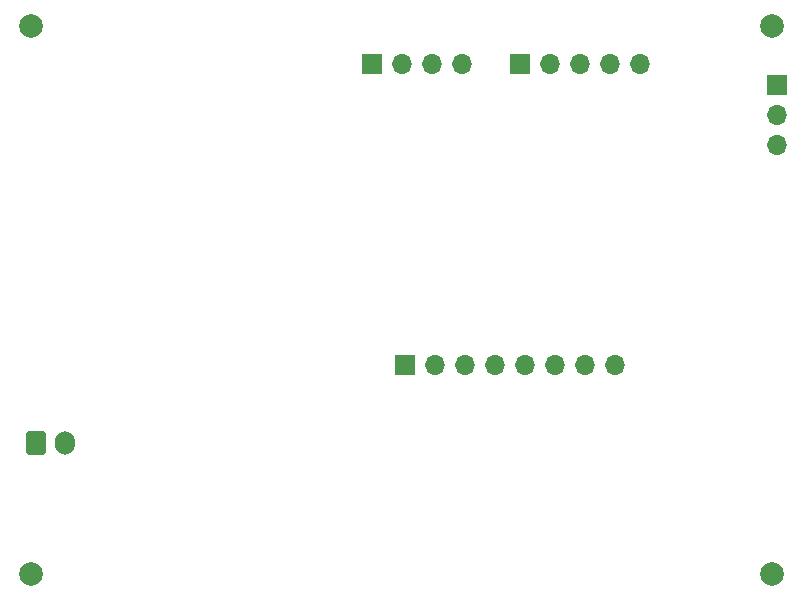
<source format=gbs>
G04 #@! TF.GenerationSoftware,KiCad,Pcbnew,9.0.0*
G04 #@! TF.CreationDate,2025-04-30T01:10:54-03:00*
G04 #@! TF.ProjectId,hw_rfid,68775f72-6669-4642-9e6b-696361645f70,rev?*
G04 #@! TF.SameCoordinates,Original*
G04 #@! TF.FileFunction,Soldermask,Bot*
G04 #@! TF.FilePolarity,Negative*
%FSLAX46Y46*%
G04 Gerber Fmt 4.6, Leading zero omitted, Abs format (unit mm)*
G04 Created by KiCad (PCBNEW 9.0.0) date 2025-04-30 01:10:54*
%MOMM*%
%LPD*%
G01*
G04 APERTURE LIST*
G04 Aperture macros list*
%AMRoundRect*
0 Rectangle with rounded corners*
0 $1 Rounding radius*
0 $2 $3 $4 $5 $6 $7 $8 $9 X,Y pos of 4 corners*
0 Add a 4 corners polygon primitive as box body*
4,1,4,$2,$3,$4,$5,$6,$7,$8,$9,$2,$3,0*
0 Add four circle primitives for the rounded corners*
1,1,$1+$1,$2,$3*
1,1,$1+$1,$4,$5*
1,1,$1+$1,$6,$7*
1,1,$1+$1,$8,$9*
0 Add four rect primitives between the rounded corners*
20,1,$1+$1,$2,$3,$4,$5,0*
20,1,$1+$1,$4,$5,$6,$7,0*
20,1,$1+$1,$6,$7,$8,$9,0*
20,1,$1+$1,$8,$9,$2,$3,0*%
G04 Aperture macros list end*
%ADD10R,1.700000X1.700000*%
%ADD11O,1.700000X1.700000*%
%ADD12C,2.000000*%
%ADD13RoundRect,0.250000X-0.600000X-0.750000X0.600000X-0.750000X0.600000X0.750000X-0.600000X0.750000X0*%
%ADD14O,1.700000X2.000000*%
G04 APERTURE END LIST*
D10*
X119910000Y-79450000D03*
D11*
X122450000Y-79450000D03*
X124990000Y-79450000D03*
X127530000Y-79450000D03*
X130070000Y-79450000D03*
D12*
X141250000Y-76250000D03*
D10*
X110220000Y-105000000D03*
D11*
X112760000Y-105000000D03*
X115300000Y-105000000D03*
X117840000Y-105000000D03*
X120380000Y-105000000D03*
X122920000Y-105000000D03*
X125460000Y-105000000D03*
X128000000Y-105000000D03*
D12*
X141250000Y-122650000D03*
D10*
X107425000Y-79475000D03*
D11*
X109965000Y-79475000D03*
X112505000Y-79475000D03*
X115045000Y-79475000D03*
D12*
X78550000Y-76250000D03*
D10*
X141725000Y-81276750D03*
D11*
X141725000Y-83816750D03*
X141725000Y-86356750D03*
D12*
X78550000Y-122650000D03*
D13*
X78950000Y-111600000D03*
D14*
X81450000Y-111600000D03*
M02*

</source>
